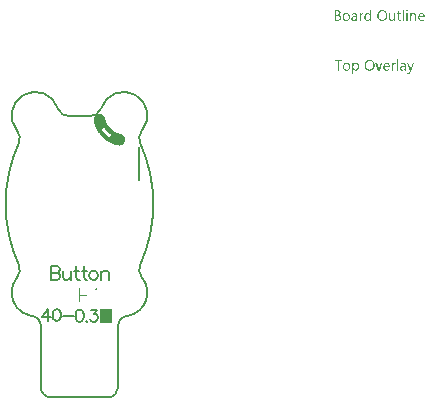
<source format=gto>
G04*
G04 #@! TF.GenerationSoftware,Altium Limited,Altium Designer,21.9.2 (33)*
G04*
G04 Layer_Color=65535*
%FSAX25Y25*%
%MOIN*%
G70*
G04*
G04 #@! TF.SameCoordinates,55729F2E-D9A4-4FFF-85C7-0234479D7BD1*
G04*
G04*
G04 #@! TF.FilePolarity,Positive*
G04*
G01*
G75*
%ADD10C,0.00591*%
%ADD11C,0.00787*%
%ADD12C,0.00630*%
%ADD13R,0.04409X0.04627*%
G36*
X0109248Y0064744D02*
X0109273D01*
X0109329Y0064719D01*
X0109360Y0064701D01*
X0109391Y0064676D01*
X0109397Y0064670D01*
X0109403Y0064663D01*
X0109434Y0064626D01*
X0109459Y0064564D01*
X0109465Y0064527D01*
X0109471Y0064490D01*
Y0064484D01*
Y0064472D01*
X0109465Y0064453D01*
X0109459Y0064428D01*
X0109440Y0064366D01*
X0109416Y0064335D01*
X0109391Y0064304D01*
X0109385D01*
X0109378Y0064292D01*
X0109341Y0064267D01*
X0109286Y0064242D01*
X0109248Y0064236D01*
X0109211Y0064230D01*
X0109193D01*
X0109174Y0064236D01*
X0109149D01*
X0109088Y0064261D01*
X0109057Y0064273D01*
X0109026Y0064298D01*
Y0064304D01*
X0109013Y0064310D01*
X0109001Y0064329D01*
X0108988Y0064348D01*
X0108964Y0064410D01*
X0108958Y0064447D01*
X0108951Y0064490D01*
Y0064496D01*
Y0064509D01*
X0108958Y0064527D01*
X0108964Y0064558D01*
X0108982Y0064614D01*
X0109001Y0064645D01*
X0109026Y0064676D01*
X0109032Y0064682D01*
X0109038Y0064688D01*
X0109075Y0064713D01*
X0109137Y0064738D01*
X0109174Y0064750D01*
X0109230D01*
X0109248Y0064744D01*
D02*
G37*
G36*
X0097258Y0061079D02*
X0096856D01*
Y0061500D01*
X0096844D01*
Y0061494D01*
X0096831Y0061482D01*
X0096813Y0061457D01*
X0096794Y0061426D01*
X0096763Y0061389D01*
X0096726Y0061352D01*
X0096683Y0061308D01*
X0096633Y0061265D01*
X0096578Y0061216D01*
X0096509Y0061172D01*
X0096441Y0061135D01*
X0096361Y0061098D01*
X0096280Y0061067D01*
X0096188Y0061042D01*
X0096088Y0061030D01*
X0095983Y0061024D01*
X0095940D01*
X0095903Y0061030D01*
X0095866Y0061036D01*
X0095816Y0061042D01*
X0095711Y0061067D01*
X0095587Y0061104D01*
X0095463Y0061166D01*
X0095395Y0061203D01*
X0095340Y0061247D01*
X0095278Y0061302D01*
X0095222Y0061358D01*
Y0061364D01*
X0095209Y0061377D01*
X0095197Y0061395D01*
X0095179Y0061420D01*
X0095160Y0061451D01*
X0095135Y0061494D01*
X0095110Y0061544D01*
X0095086Y0061599D01*
X0095055Y0061661D01*
X0095030Y0061729D01*
X0095005Y0061804D01*
X0094987Y0061884D01*
X0094968Y0061971D01*
X0094956Y0062070D01*
X0094950Y0062169D01*
X0094943Y0062274D01*
Y0062280D01*
Y0062299D01*
Y0062336D01*
X0094950Y0062379D01*
X0094956Y0062429D01*
X0094962Y0062491D01*
X0094968Y0062559D01*
X0094981Y0062633D01*
X0095018Y0062794D01*
X0095073Y0062961D01*
X0095110Y0063042D01*
X0095154Y0063122D01*
X0095197Y0063196D01*
X0095253Y0063271D01*
X0095259Y0063277D01*
X0095265Y0063289D01*
X0095284Y0063308D01*
X0095309Y0063332D01*
X0095340Y0063357D01*
X0095383Y0063388D01*
X0095426Y0063425D01*
X0095476Y0063463D01*
X0095600Y0063531D01*
X0095742Y0063592D01*
X0095822Y0063611D01*
X0095909Y0063630D01*
X0095996Y0063642D01*
X0096095Y0063648D01*
X0096144D01*
X0096181Y0063642D01*
X0096219Y0063636D01*
X0096268Y0063630D01*
X0096379Y0063599D01*
X0096503Y0063549D01*
X0096565Y0063518D01*
X0096627Y0063475D01*
X0096689Y0063432D01*
X0096745Y0063376D01*
X0096794Y0063314D01*
X0096844Y0063240D01*
X0096856D01*
Y0064799D01*
X0097258D01*
Y0061079D01*
D02*
G37*
G36*
X0111526Y0063642D02*
X0111601Y0063636D01*
X0111694Y0063617D01*
X0111793Y0063586D01*
X0111898Y0063537D01*
X0112003Y0063469D01*
X0112046Y0063432D01*
X0112090Y0063382D01*
X0112102Y0063370D01*
X0112127Y0063332D01*
X0112158Y0063271D01*
X0112201Y0063184D01*
X0112238Y0063079D01*
X0112275Y0062949D01*
X0112300Y0062794D01*
X0112306Y0062615D01*
Y0061079D01*
X0111904D01*
Y0062509D01*
Y0062515D01*
Y0062546D01*
X0111898Y0062584D01*
Y0062633D01*
X0111885Y0062695D01*
X0111873Y0062763D01*
X0111854Y0062837D01*
X0111830Y0062912D01*
X0111799Y0062986D01*
X0111762Y0063054D01*
X0111712Y0063122D01*
X0111656Y0063184D01*
X0111594Y0063234D01*
X0111514Y0063271D01*
X0111427Y0063302D01*
X0111322Y0063308D01*
X0111310D01*
X0111273Y0063302D01*
X0111217Y0063295D01*
X0111149Y0063277D01*
X0111068Y0063252D01*
X0110982Y0063209D01*
X0110901Y0063153D01*
X0110821Y0063079D01*
X0110814Y0063066D01*
X0110790Y0063042D01*
X0110759Y0062992D01*
X0110722Y0062924D01*
X0110685Y0062844D01*
X0110654Y0062744D01*
X0110629Y0062633D01*
X0110623Y0062509D01*
Y0061079D01*
X0110220D01*
Y0063592D01*
X0110623D01*
Y0063172D01*
X0110635D01*
X0110641Y0063178D01*
X0110647Y0063190D01*
X0110666Y0063215D01*
X0110691Y0063246D01*
X0110715Y0063283D01*
X0110753Y0063320D01*
X0110796Y0063363D01*
X0110845Y0063413D01*
X0110901Y0063456D01*
X0110963Y0063500D01*
X0111031Y0063537D01*
X0111106Y0063574D01*
X0111180Y0063605D01*
X0111266Y0063630D01*
X0111359Y0063642D01*
X0111458Y0063648D01*
X0111495D01*
X0111526Y0063642D01*
D02*
G37*
G36*
X0094529Y0063630D02*
X0094603Y0063623D01*
X0094646Y0063611D01*
X0094677Y0063599D01*
Y0063184D01*
X0094671Y0063190D01*
X0094659Y0063196D01*
X0094634Y0063209D01*
X0094603Y0063227D01*
X0094560Y0063240D01*
X0094504Y0063252D01*
X0094442Y0063258D01*
X0094374Y0063264D01*
X0094362D01*
X0094331Y0063258D01*
X0094281Y0063252D01*
X0094225Y0063234D01*
X0094151Y0063203D01*
X0094083Y0063159D01*
X0094009Y0063097D01*
X0093941Y0063017D01*
X0093934Y0063004D01*
X0093916Y0062973D01*
X0093885Y0062918D01*
X0093854Y0062844D01*
X0093823Y0062751D01*
X0093792Y0062633D01*
X0093774Y0062503D01*
X0093767Y0062354D01*
Y0061079D01*
X0093365D01*
Y0063592D01*
X0093767D01*
Y0063073D01*
X0093780D01*
Y0063079D01*
X0093786Y0063085D01*
X0093798Y0063116D01*
X0093817Y0063165D01*
X0093848Y0063227D01*
X0093879Y0063289D01*
X0093928Y0063357D01*
X0093978Y0063425D01*
X0094040Y0063487D01*
X0094046Y0063493D01*
X0094071Y0063512D01*
X0094108Y0063537D01*
X0094157Y0063561D01*
X0094213Y0063586D01*
X0094281Y0063611D01*
X0094355Y0063630D01*
X0094436Y0063636D01*
X0094491D01*
X0094529Y0063630D01*
D02*
G37*
G36*
X0105268Y0061079D02*
X0104866D01*
Y0061475D01*
X0104854D01*
Y0061469D01*
X0104841Y0061457D01*
X0104829Y0061432D01*
X0104804Y0061407D01*
X0104748Y0061333D01*
X0104662Y0061253D01*
X0104612Y0061209D01*
X0104556Y0061166D01*
X0104495Y0061129D01*
X0104420Y0061092D01*
X0104346Y0061067D01*
X0104265Y0061042D01*
X0104173Y0061030D01*
X0104080Y0061024D01*
X0104043D01*
X0103999Y0061030D01*
X0103937Y0061042D01*
X0103869Y0061055D01*
X0103795Y0061079D01*
X0103715Y0061110D01*
X0103634Y0061160D01*
X0103548Y0061216D01*
X0103467Y0061284D01*
X0103393Y0061370D01*
X0103325Y0061475D01*
X0103263Y0061593D01*
X0103219Y0061735D01*
X0103195Y0061903D01*
X0103182Y0061989D01*
Y0062088D01*
Y0063592D01*
X0103578D01*
Y0062150D01*
Y0062144D01*
Y0062119D01*
X0103585Y0062076D01*
X0103591Y0062026D01*
X0103597Y0061964D01*
X0103609Y0061903D01*
X0103628Y0061828D01*
X0103653Y0061754D01*
X0103690Y0061680D01*
X0103727Y0061612D01*
X0103777Y0061544D01*
X0103838Y0061482D01*
X0103907Y0061432D01*
X0103987Y0061395D01*
X0104086Y0061364D01*
X0104191Y0061358D01*
X0104204D01*
X0104241Y0061364D01*
X0104297Y0061370D01*
X0104358Y0061383D01*
X0104439Y0061414D01*
X0104519Y0061451D01*
X0104600Y0061500D01*
X0104674Y0061575D01*
X0104680Y0061587D01*
X0104705Y0061612D01*
X0104736Y0061661D01*
X0104773Y0061729D01*
X0104804Y0061810D01*
X0104835Y0061909D01*
X0104860Y0062020D01*
X0104866Y0062144D01*
Y0063592D01*
X0105268D01*
Y0061079D01*
D02*
G37*
G36*
X0109403D02*
X0109001D01*
Y0063592D01*
X0109403D01*
Y0061079D01*
D02*
G37*
G36*
X0108184D02*
X0107781D01*
Y0064799D01*
X0108184D01*
Y0061079D01*
D02*
G37*
G36*
X0091805Y0063642D02*
X0091861Y0063636D01*
X0091929Y0063617D01*
X0092003Y0063599D01*
X0092084Y0063568D01*
X0092170Y0063531D01*
X0092251Y0063481D01*
X0092331Y0063419D01*
X0092405Y0063345D01*
X0092474Y0063252D01*
X0092529Y0063147D01*
X0092573Y0063023D01*
X0092597Y0062881D01*
X0092610Y0062713D01*
Y0061079D01*
X0092207D01*
Y0061469D01*
X0092195D01*
Y0061463D01*
X0092183Y0061451D01*
X0092170Y0061426D01*
X0092146Y0061401D01*
X0092084Y0061327D01*
X0092003Y0061247D01*
X0091892Y0061166D01*
X0091762Y0061092D01*
X0091681Y0061067D01*
X0091601Y0061042D01*
X0091514Y0061030D01*
X0091421Y0061024D01*
X0091384D01*
X0091359Y0061030D01*
X0091291Y0061036D01*
X0091211Y0061048D01*
X0091112Y0061073D01*
X0091019Y0061104D01*
X0090920Y0061154D01*
X0090833Y0061216D01*
X0090827Y0061228D01*
X0090802Y0061253D01*
X0090765Y0061296D01*
X0090728Y0061358D01*
X0090691Y0061432D01*
X0090654Y0061519D01*
X0090629Y0061624D01*
X0090623Y0061742D01*
Y0061748D01*
Y0061773D01*
X0090629Y0061810D01*
X0090635Y0061853D01*
X0090648Y0061909D01*
X0090666Y0061971D01*
X0090691Y0062039D01*
X0090728Y0062107D01*
X0090771Y0062181D01*
X0090827Y0062255D01*
X0090895Y0062323D01*
X0090976Y0062385D01*
X0091068Y0062447D01*
X0091180Y0062497D01*
X0091304Y0062534D01*
X0091452Y0062565D01*
X0092207Y0062670D01*
Y0062676D01*
Y0062695D01*
X0092201Y0062732D01*
Y0062769D01*
X0092189Y0062819D01*
X0092183Y0062875D01*
X0092146Y0062992D01*
X0092115Y0063048D01*
X0092084Y0063103D01*
X0092040Y0063159D01*
X0091991Y0063209D01*
X0091929Y0063252D01*
X0091861Y0063283D01*
X0091780Y0063302D01*
X0091687Y0063308D01*
X0091644D01*
X0091613Y0063302D01*
X0091570D01*
X0091527Y0063289D01*
X0091415Y0063271D01*
X0091291Y0063234D01*
X0091155Y0063178D01*
X0091081Y0063141D01*
X0091013Y0063103D01*
X0090938Y0063054D01*
X0090870Y0062998D01*
Y0063413D01*
X0090877D01*
X0090889Y0063425D01*
X0090908Y0063438D01*
X0090938Y0063450D01*
X0090969Y0063469D01*
X0091013Y0063487D01*
X0091062Y0063506D01*
X0091118Y0063531D01*
X0091242Y0063574D01*
X0091390Y0063611D01*
X0091551Y0063636D01*
X0091725Y0063648D01*
X0091762D01*
X0091805Y0063642D01*
D02*
G37*
G36*
X0086116Y0064589D02*
X0086160D01*
X0086203Y0064583D01*
X0086302Y0064570D01*
X0086420Y0064540D01*
X0086544Y0064502D01*
X0086661Y0064447D01*
X0086766Y0064372D01*
X0086773D01*
X0086779Y0064360D01*
X0086810Y0064335D01*
X0086853Y0064286D01*
X0086903Y0064218D01*
X0086946Y0064131D01*
X0086989Y0064032D01*
X0087020Y0063921D01*
X0087033Y0063859D01*
Y0063791D01*
Y0063784D01*
Y0063778D01*
Y0063741D01*
X0087026Y0063685D01*
X0087014Y0063617D01*
X0086995Y0063531D01*
X0086964Y0063444D01*
X0086927Y0063357D01*
X0086872Y0063271D01*
X0086865Y0063258D01*
X0086841Y0063234D01*
X0086804Y0063196D01*
X0086754Y0063147D01*
X0086692Y0063097D01*
X0086618Y0063042D01*
X0086525Y0062998D01*
X0086426Y0062955D01*
Y0062949D01*
X0086444D01*
X0086463Y0062942D01*
X0086482Y0062936D01*
X0086550Y0062924D01*
X0086630Y0062899D01*
X0086717Y0062862D01*
X0086810Y0062819D01*
X0086903Y0062757D01*
X0086989Y0062676D01*
X0087002Y0062664D01*
X0087026Y0062633D01*
X0087057Y0062590D01*
X0087101Y0062522D01*
X0087138Y0062435D01*
X0087175Y0062336D01*
X0087200Y0062218D01*
X0087206Y0062088D01*
Y0062082D01*
Y0062070D01*
Y0062045D01*
X0087200Y0062014D01*
X0087194Y0061977D01*
X0087187Y0061934D01*
X0087163Y0061828D01*
X0087125Y0061711D01*
X0087070Y0061587D01*
X0087033Y0061531D01*
X0086989Y0061469D01*
X0086933Y0061414D01*
X0086878Y0061358D01*
X0086872D01*
X0086865Y0061345D01*
X0086847Y0061333D01*
X0086822Y0061315D01*
X0086791Y0061296D01*
X0086748Y0061271D01*
X0086655Y0061222D01*
X0086537Y0061166D01*
X0086401Y0061123D01*
X0086240Y0061092D01*
X0086160Y0061085D01*
X0086067Y0061079D01*
X0085039D01*
Y0064595D01*
X0086085D01*
X0086116Y0064589D01*
D02*
G37*
G36*
X0106612Y0063592D02*
X0107249D01*
Y0063246D01*
X0106612D01*
Y0061828D01*
Y0061816D01*
Y0061785D01*
X0106618Y0061742D01*
X0106624Y0061686D01*
X0106649Y0061568D01*
X0106667Y0061513D01*
X0106698Y0061469D01*
X0106704Y0061463D01*
X0106717Y0061451D01*
X0106735Y0061438D01*
X0106766Y0061420D01*
X0106803Y0061395D01*
X0106853Y0061383D01*
X0106915Y0061370D01*
X0106983Y0061364D01*
X0107008D01*
X0107039Y0061370D01*
X0107076Y0061377D01*
X0107162Y0061401D01*
X0107206Y0061420D01*
X0107249Y0061445D01*
Y0061098D01*
X0107243D01*
X0107224Y0061085D01*
X0107193Y0061079D01*
X0107150Y0061067D01*
X0107094Y0061055D01*
X0107032Y0061042D01*
X0106958Y0061036D01*
X0106871Y0061030D01*
X0106841D01*
X0106810Y0061036D01*
X0106766Y0061042D01*
X0106717Y0061055D01*
X0106661Y0061067D01*
X0106605Y0061092D01*
X0106543Y0061123D01*
X0106482Y0061160D01*
X0106420Y0061209D01*
X0106364Y0061265D01*
X0106314Y0061339D01*
X0106271Y0061420D01*
X0106240Y0061519D01*
X0106215Y0061630D01*
X0106209Y0061760D01*
Y0063246D01*
X0105782D01*
Y0063592D01*
X0106209D01*
Y0064205D01*
X0106612Y0064335D01*
Y0063592D01*
D02*
G37*
G36*
X0114139Y0063642D02*
X0114182Y0063636D01*
X0114225Y0063630D01*
X0114337Y0063611D01*
X0114460Y0063568D01*
X0114584Y0063512D01*
X0114646Y0063475D01*
X0114708Y0063432D01*
X0114764Y0063382D01*
X0114820Y0063326D01*
X0114826Y0063320D01*
X0114832Y0063314D01*
X0114844Y0063295D01*
X0114863Y0063271D01*
X0114881Y0063234D01*
X0114906Y0063196D01*
X0114931Y0063153D01*
X0114956Y0063097D01*
X0114980Y0063035D01*
X0115005Y0062973D01*
X0115030Y0062899D01*
X0115049Y0062819D01*
X0115067Y0062732D01*
X0115079Y0062645D01*
X0115092Y0062546D01*
Y0062441D01*
Y0062231D01*
X0113315D01*
Y0062225D01*
Y0062212D01*
Y0062194D01*
X0113321Y0062163D01*
X0113328Y0062125D01*
Y0062088D01*
X0113346Y0061989D01*
X0113377Y0061890D01*
X0113414Y0061779D01*
X0113470Y0061674D01*
X0113538Y0061581D01*
X0113550Y0061568D01*
X0113575Y0061544D01*
X0113625Y0061513D01*
X0113693Y0061469D01*
X0113779Y0061426D01*
X0113879Y0061395D01*
X0113996Y0061370D01*
X0114132Y0061358D01*
X0114176D01*
X0114207Y0061364D01*
X0114244D01*
X0114287Y0061370D01*
X0114392Y0061395D01*
X0114510Y0061426D01*
X0114640Y0061475D01*
X0114776Y0061544D01*
X0114844Y0061587D01*
X0114912Y0061637D01*
Y0061259D01*
X0114906D01*
X0114900Y0061247D01*
X0114881Y0061240D01*
X0114850Y0061222D01*
X0114820Y0061203D01*
X0114782Y0061185D01*
X0114733Y0061166D01*
X0114683Y0061141D01*
X0114621Y0061116D01*
X0114553Y0061098D01*
X0114405Y0061061D01*
X0114231Y0061036D01*
X0114040Y0061024D01*
X0113990D01*
X0113953Y0061030D01*
X0113909Y0061036D01*
X0113854Y0061042D01*
X0113736Y0061067D01*
X0113600Y0061104D01*
X0113464Y0061166D01*
X0113396Y0061209D01*
X0113328Y0061253D01*
X0113266Y0061302D01*
X0113204Y0061364D01*
X0113198Y0061370D01*
X0113191Y0061383D01*
X0113179Y0061401D01*
X0113154Y0061426D01*
X0113136Y0061463D01*
X0113111Y0061506D01*
X0113080Y0061556D01*
X0113055Y0061612D01*
X0113024Y0061674D01*
X0113000Y0061748D01*
X0112969Y0061828D01*
X0112950Y0061915D01*
X0112932Y0062008D01*
X0112913Y0062107D01*
X0112907Y0062212D01*
X0112901Y0062323D01*
Y0062330D01*
Y0062348D01*
Y0062379D01*
X0112907Y0062423D01*
X0112913Y0062472D01*
X0112919Y0062528D01*
X0112925Y0062596D01*
X0112944Y0062664D01*
X0112981Y0062813D01*
X0113037Y0062973D01*
X0113074Y0063054D01*
X0113123Y0063128D01*
X0113173Y0063209D01*
X0113229Y0063277D01*
X0113235Y0063283D01*
X0113247Y0063295D01*
X0113266Y0063314D01*
X0113291Y0063332D01*
X0113321Y0063363D01*
X0113359Y0063394D01*
X0113408Y0063425D01*
X0113458Y0063463D01*
X0113575Y0063531D01*
X0113718Y0063592D01*
X0113798Y0063611D01*
X0113879Y0063630D01*
X0113965Y0063642D01*
X0114058Y0063648D01*
X0114108D01*
X0114139Y0063642D01*
D02*
G37*
G36*
X0101096Y0064651D02*
X0101158Y0064645D01*
X0101232Y0064632D01*
X0101313Y0064614D01*
X0101400Y0064595D01*
X0101486Y0064570D01*
X0101585Y0064540D01*
X0101678Y0064496D01*
X0101777Y0064447D01*
X0101876Y0064391D01*
X0101969Y0064323D01*
X0102062Y0064249D01*
X0102148Y0064162D01*
X0102155Y0064156D01*
X0102167Y0064137D01*
X0102192Y0064113D01*
X0102217Y0064075D01*
X0102254Y0064026D01*
X0102291Y0063964D01*
X0102328Y0063896D01*
X0102371Y0063822D01*
X0102415Y0063729D01*
X0102452Y0063636D01*
X0102489Y0063531D01*
X0102526Y0063413D01*
X0102551Y0063295D01*
X0102576Y0063165D01*
X0102588Y0063023D01*
X0102594Y0062881D01*
Y0062868D01*
Y0062844D01*
Y0062800D01*
X0102588Y0062738D01*
X0102582Y0062664D01*
X0102569Y0062584D01*
X0102557Y0062491D01*
X0102539Y0062385D01*
X0102514Y0062280D01*
X0102483Y0062169D01*
X0102446Y0062057D01*
X0102402Y0061946D01*
X0102347Y0061828D01*
X0102285Y0061723D01*
X0102217Y0061618D01*
X0102136Y0061519D01*
X0102130Y0061513D01*
X0102118Y0061500D01*
X0102087Y0061475D01*
X0102056Y0061445D01*
X0102006Y0061401D01*
X0101951Y0061364D01*
X0101889Y0061315D01*
X0101814Y0061271D01*
X0101734Y0061228D01*
X0101641Y0061178D01*
X0101542Y0061141D01*
X0101430Y0061104D01*
X0101313Y0061067D01*
X0101189Y0061042D01*
X0101059Y0061030D01*
X0100917Y0061024D01*
X0100886D01*
X0100842Y0061030D01*
X0100793D01*
X0100731Y0061036D01*
X0100657Y0061048D01*
X0100576Y0061067D01*
X0100483Y0061085D01*
X0100391Y0061110D01*
X0100292Y0061141D01*
X0100192Y0061185D01*
X0100093Y0061228D01*
X0099994Y0061284D01*
X0099895Y0061352D01*
X0099803Y0061426D01*
X0099716Y0061513D01*
X0099710Y0061519D01*
X0099697Y0061537D01*
X0099673Y0061562D01*
X0099648Y0061599D01*
X0099611Y0061649D01*
X0099573Y0061711D01*
X0099536Y0061779D01*
X0099493Y0061859D01*
X0099450Y0061946D01*
X0099413Y0062039D01*
X0099375Y0062144D01*
X0099338Y0062262D01*
X0099313Y0062379D01*
X0099289Y0062509D01*
X0099276Y0062652D01*
X0099270Y0062794D01*
Y0062806D01*
Y0062831D01*
X0099276Y0062875D01*
Y0062936D01*
X0099283Y0063004D01*
X0099295Y0063091D01*
X0099307Y0063184D01*
X0099326Y0063283D01*
X0099351Y0063388D01*
X0099382Y0063500D01*
X0099419Y0063611D01*
X0099462Y0063722D01*
X0099518Y0063834D01*
X0099580Y0063945D01*
X0099648Y0064051D01*
X0099728Y0064150D01*
X0099734Y0064156D01*
X0099747Y0064174D01*
X0099778Y0064199D01*
X0099815Y0064230D01*
X0099858Y0064267D01*
X0099914Y0064310D01*
X0099982Y0064354D01*
X0100056Y0064403D01*
X0100143Y0064453D01*
X0100236Y0064496D01*
X0100335Y0064540D01*
X0100446Y0064577D01*
X0100570Y0064608D01*
X0100700Y0064639D01*
X0100836Y0064651D01*
X0100979Y0064657D01*
X0101047D01*
X0101096Y0064651D01*
D02*
G37*
G36*
X0089069Y0063642D02*
X0089112Y0063636D01*
X0089168Y0063630D01*
X0089292Y0063605D01*
X0089434Y0063561D01*
X0089577Y0063500D01*
X0089651Y0063463D01*
X0089719Y0063419D01*
X0089787Y0063363D01*
X0089849Y0063302D01*
X0089855Y0063295D01*
X0089861Y0063283D01*
X0089880Y0063264D01*
X0089899Y0063240D01*
X0089923Y0063203D01*
X0089948Y0063159D01*
X0089979Y0063110D01*
X0090010Y0063054D01*
X0090035Y0062986D01*
X0090066Y0062918D01*
X0090090Y0062837D01*
X0090115Y0062751D01*
X0090134Y0062658D01*
X0090152Y0062559D01*
X0090158Y0062454D01*
X0090165Y0062342D01*
Y0062336D01*
Y0062317D01*
Y0062286D01*
X0090158Y0062243D01*
X0090152Y0062194D01*
X0090146Y0062132D01*
X0090134Y0062070D01*
X0090121Y0061996D01*
X0090084Y0061847D01*
X0090022Y0061686D01*
X0089985Y0061606D01*
X0089936Y0061525D01*
X0089886Y0061451D01*
X0089824Y0061383D01*
X0089818Y0061377D01*
X0089806Y0061370D01*
X0089787Y0061352D01*
X0089762Y0061327D01*
X0089725Y0061302D01*
X0089688Y0061271D01*
X0089639Y0061234D01*
X0089583Y0061203D01*
X0089521Y0061172D01*
X0089453Y0061135D01*
X0089379Y0061104D01*
X0089298Y0061079D01*
X0089211Y0061055D01*
X0089119Y0061042D01*
X0089020Y0061030D01*
X0088914Y0061024D01*
X0088859D01*
X0088822Y0061030D01*
X0088778Y0061036D01*
X0088722Y0061042D01*
X0088661Y0061055D01*
X0088592Y0061067D01*
X0088450Y0061110D01*
X0088301Y0061172D01*
X0088227Y0061209D01*
X0088159Y0061259D01*
X0088091Y0061308D01*
X0088023Y0061370D01*
X0088017Y0061377D01*
X0088011Y0061389D01*
X0087992Y0061407D01*
X0087973Y0061432D01*
X0087949Y0061469D01*
X0087918Y0061513D01*
X0087887Y0061562D01*
X0087862Y0061618D01*
X0087831Y0061686D01*
X0087800Y0061754D01*
X0087769Y0061828D01*
X0087744Y0061915D01*
X0087707Y0062101D01*
X0087701Y0062200D01*
X0087695Y0062305D01*
Y0062311D01*
Y0062336D01*
Y0062367D01*
X0087701Y0062410D01*
X0087707Y0062460D01*
X0087713Y0062522D01*
X0087726Y0062590D01*
X0087738Y0062664D01*
X0087775Y0062825D01*
X0087837Y0062986D01*
X0087881Y0063066D01*
X0087924Y0063147D01*
X0087973Y0063221D01*
X0088035Y0063289D01*
X0088042Y0063295D01*
X0088054Y0063308D01*
X0088073Y0063320D01*
X0088097Y0063345D01*
X0088134Y0063370D01*
X0088178Y0063401D01*
X0088227Y0063438D01*
X0088283Y0063469D01*
X0088345Y0063500D01*
X0088419Y0063537D01*
X0088493Y0063568D01*
X0088580Y0063592D01*
X0088667Y0063617D01*
X0088766Y0063636D01*
X0088871Y0063642D01*
X0088976Y0063648D01*
X0089032D01*
X0089069Y0063642D01*
D02*
G37*
G36*
X0092282Y0047052D02*
X0092325Y0047046D01*
X0092368Y0047040D01*
X0092480Y0047015D01*
X0092603Y0046978D01*
X0092727Y0046916D01*
X0092789Y0046879D01*
X0092851Y0046829D01*
X0092907Y0046780D01*
X0092963Y0046718D01*
X0092969Y0046712D01*
X0092975Y0046705D01*
X0092987Y0046681D01*
X0093006Y0046656D01*
X0093024Y0046625D01*
X0093049Y0046582D01*
X0093074Y0046532D01*
X0093099Y0046483D01*
X0093124Y0046421D01*
X0093148Y0046353D01*
X0093173Y0046278D01*
X0093192Y0046198D01*
X0093223Y0046018D01*
X0093235Y0045919D01*
Y0045814D01*
Y0045808D01*
Y0045789D01*
Y0045752D01*
X0093229Y0045709D01*
Y0045659D01*
X0093216Y0045597D01*
X0093210Y0045529D01*
X0093198Y0045455D01*
X0093161Y0045294D01*
X0093105Y0045127D01*
X0093068Y0045046D01*
X0093031Y0044966D01*
X0092981Y0044886D01*
X0092925Y0044811D01*
X0092919Y0044805D01*
X0092913Y0044793D01*
X0092895Y0044774D01*
X0092870Y0044756D01*
X0092839Y0044725D01*
X0092802Y0044694D01*
X0092758Y0044657D01*
X0092709Y0044626D01*
X0092653Y0044588D01*
X0092591Y0044551D01*
X0092443Y0044496D01*
X0092362Y0044471D01*
X0092282Y0044452D01*
X0092189Y0044440D01*
X0092090Y0044434D01*
X0092040D01*
X0092009Y0044440D01*
X0091966Y0044446D01*
X0091923Y0044458D01*
X0091811Y0044483D01*
X0091694Y0044533D01*
X0091625Y0044570D01*
X0091564Y0044607D01*
X0091502Y0044657D01*
X0091446Y0044712D01*
X0091384Y0044774D01*
X0091335Y0044848D01*
X0091322D01*
Y0043338D01*
X0090920D01*
Y0047003D01*
X0091322D01*
Y0046557D01*
X0091335D01*
X0091341Y0046563D01*
X0091347Y0046582D01*
X0091365Y0046606D01*
X0091390Y0046637D01*
X0091421Y0046674D01*
X0091458Y0046718D01*
X0091502Y0046761D01*
X0091557Y0046811D01*
X0091613Y0046854D01*
X0091675Y0046897D01*
X0091749Y0046941D01*
X0091824Y0046978D01*
X0091910Y0047015D01*
X0092003Y0047040D01*
X0092096Y0047052D01*
X0092201Y0047058D01*
X0092251D01*
X0092282Y0047052D01*
D02*
G37*
G36*
X0105237Y0047040D02*
X0105312Y0047034D01*
X0105355Y0047021D01*
X0105386Y0047009D01*
Y0046594D01*
X0105380Y0046600D01*
X0105367Y0046606D01*
X0105343Y0046619D01*
X0105312Y0046637D01*
X0105268Y0046650D01*
X0105213Y0046662D01*
X0105151Y0046668D01*
X0105083Y0046674D01*
X0105070D01*
X0105039Y0046668D01*
X0104990Y0046662D01*
X0104934Y0046643D01*
X0104860Y0046613D01*
X0104792Y0046569D01*
X0104717Y0046507D01*
X0104649Y0046427D01*
X0104643Y0046415D01*
X0104624Y0046384D01*
X0104594Y0046328D01*
X0104563Y0046253D01*
X0104532Y0046161D01*
X0104501Y0046043D01*
X0104482Y0045913D01*
X0104476Y0045764D01*
Y0044489D01*
X0104074D01*
Y0047003D01*
X0104476D01*
Y0046483D01*
X0104488D01*
Y0046489D01*
X0104495Y0046495D01*
X0104507Y0046526D01*
X0104525Y0046575D01*
X0104556Y0046637D01*
X0104587Y0046699D01*
X0104637Y0046767D01*
X0104686Y0046835D01*
X0104748Y0046897D01*
X0104754Y0046903D01*
X0104779Y0046922D01*
X0104816Y0046947D01*
X0104866Y0046972D01*
X0104922Y0046996D01*
X0104990Y0047021D01*
X0105064Y0047040D01*
X0105145Y0047046D01*
X0105200D01*
X0105237Y0047040D01*
D02*
G37*
G36*
X0110443Y0044087D02*
X0110437Y0044081D01*
X0110431Y0044056D01*
X0110412Y0044013D01*
X0110387Y0043963D01*
X0110356Y0043907D01*
X0110313Y0043839D01*
X0110270Y0043771D01*
X0110220Y0043697D01*
X0110158Y0043623D01*
X0110097Y0043555D01*
X0110022Y0043487D01*
X0109942Y0043431D01*
X0109861Y0043381D01*
X0109768Y0043338D01*
X0109676Y0043313D01*
X0109570Y0043307D01*
X0109515D01*
X0109477Y0043313D01*
X0109397Y0043326D01*
X0109310Y0043344D01*
Y0043703D01*
X0109317D01*
X0109335Y0043697D01*
X0109360Y0043691D01*
X0109391Y0043685D01*
X0109465Y0043666D01*
X0109546Y0043660D01*
X0109558D01*
X0109595Y0043666D01*
X0109651Y0043679D01*
X0109719Y0043703D01*
X0109793Y0043747D01*
X0109830Y0043777D01*
X0109868Y0043815D01*
X0109905Y0043852D01*
X0109942Y0043901D01*
X0109973Y0043957D01*
X0110004Y0044019D01*
X0110208Y0044489D01*
X0109224Y0047003D01*
X0109669D01*
X0110350Y0045065D01*
Y0045059D01*
X0110356Y0045046D01*
X0110363Y0045028D01*
X0110369Y0045003D01*
X0110375Y0044966D01*
X0110387Y0044929D01*
X0110400Y0044873D01*
X0110418D01*
Y0044886D01*
X0110431Y0044923D01*
X0110443Y0044978D01*
X0110468Y0045059D01*
X0111180Y0047003D01*
X0111594D01*
X0110443Y0044087D01*
D02*
G37*
G36*
X0100013Y0044489D02*
X0099617D01*
X0098664Y0047003D01*
X0099103D01*
X0099747Y0045177D01*
X0099753Y0045170D01*
X0099759Y0045145D01*
X0099772Y0045102D01*
X0099784Y0045059D01*
X0099796Y0045003D01*
X0099815Y0044941D01*
X0099834Y0044824D01*
X0099840D01*
Y0044830D01*
X0099846Y0044855D01*
X0099852Y0044892D01*
X0099858Y0044935D01*
X0099871Y0044991D01*
X0099883Y0045046D01*
X0099920Y0045164D01*
X0100589Y0047003D01*
X0101010D01*
X0100013Y0044489D01*
D02*
G37*
G36*
X0108035Y0047052D02*
X0108091Y0047046D01*
X0108159Y0047027D01*
X0108233Y0047009D01*
X0108314Y0046978D01*
X0108400Y0046941D01*
X0108481Y0046891D01*
X0108561Y0046829D01*
X0108636Y0046755D01*
X0108704Y0046662D01*
X0108759Y0046557D01*
X0108803Y0046433D01*
X0108827Y0046291D01*
X0108840Y0046124D01*
Y0044489D01*
X0108438D01*
Y0044879D01*
X0108425D01*
Y0044873D01*
X0108413Y0044861D01*
X0108400Y0044836D01*
X0108376Y0044811D01*
X0108314Y0044737D01*
X0108233Y0044657D01*
X0108122Y0044576D01*
X0107992Y0044502D01*
X0107911Y0044477D01*
X0107831Y0044452D01*
X0107744Y0044440D01*
X0107651Y0044434D01*
X0107614D01*
X0107589Y0044440D01*
X0107521Y0044446D01*
X0107441Y0044458D01*
X0107342Y0044483D01*
X0107249Y0044514D01*
X0107150Y0044564D01*
X0107063Y0044626D01*
X0107057Y0044638D01*
X0107032Y0044663D01*
X0106995Y0044706D01*
X0106958Y0044768D01*
X0106921Y0044842D01*
X0106884Y0044929D01*
X0106859Y0045034D01*
X0106853Y0045152D01*
Y0045158D01*
Y0045183D01*
X0106859Y0045220D01*
X0106865Y0045263D01*
X0106878Y0045319D01*
X0106896Y0045381D01*
X0106921Y0045449D01*
X0106958Y0045517D01*
X0107001Y0045591D01*
X0107057Y0045665D01*
X0107125Y0045734D01*
X0107206Y0045796D01*
X0107299Y0045857D01*
X0107410Y0045907D01*
X0107534Y0045944D01*
X0107682Y0045975D01*
X0108438Y0046080D01*
Y0046086D01*
Y0046105D01*
X0108431Y0046142D01*
Y0046179D01*
X0108419Y0046229D01*
X0108413Y0046284D01*
X0108376Y0046402D01*
X0108345Y0046458D01*
X0108314Y0046514D01*
X0108270Y0046569D01*
X0108221Y0046619D01*
X0108159Y0046662D01*
X0108091Y0046693D01*
X0108010Y0046712D01*
X0107918Y0046718D01*
X0107874D01*
X0107843Y0046712D01*
X0107800D01*
X0107757Y0046699D01*
X0107645Y0046681D01*
X0107521Y0046643D01*
X0107385Y0046588D01*
X0107311Y0046551D01*
X0107243Y0046514D01*
X0107169Y0046464D01*
X0107100Y0046408D01*
Y0046823D01*
X0107107D01*
X0107119Y0046835D01*
X0107138Y0046848D01*
X0107169Y0046860D01*
X0107200Y0046879D01*
X0107243Y0046897D01*
X0107292Y0046916D01*
X0107348Y0046941D01*
X0107472Y0046984D01*
X0107621Y0047021D01*
X0107781Y0047046D01*
X0107955Y0047058D01*
X0107992D01*
X0108035Y0047052D01*
D02*
G37*
G36*
X0106222Y0044489D02*
X0105819D01*
Y0048210D01*
X0106222D01*
Y0044489D01*
D02*
G37*
G36*
X0087478Y0047634D02*
X0086463D01*
Y0044489D01*
X0086054D01*
Y0047634D01*
X0085039D01*
Y0048005D01*
X0087478D01*
Y0047634D01*
D02*
G37*
G36*
X0102514Y0047052D02*
X0102557Y0047046D01*
X0102600Y0047040D01*
X0102712Y0047021D01*
X0102836Y0046978D01*
X0102959Y0046922D01*
X0103021Y0046885D01*
X0103083Y0046842D01*
X0103139Y0046792D01*
X0103195Y0046736D01*
X0103201Y0046730D01*
X0103207Y0046724D01*
X0103219Y0046705D01*
X0103238Y0046681D01*
X0103256Y0046643D01*
X0103281Y0046606D01*
X0103306Y0046563D01*
X0103331Y0046507D01*
X0103356Y0046445D01*
X0103380Y0046384D01*
X0103405Y0046309D01*
X0103424Y0046229D01*
X0103442Y0046142D01*
X0103455Y0046055D01*
X0103467Y0045956D01*
Y0045851D01*
Y0045641D01*
X0101690D01*
Y0045634D01*
Y0045622D01*
Y0045604D01*
X0101697Y0045573D01*
X0101703Y0045535D01*
Y0045498D01*
X0101721Y0045399D01*
X0101752Y0045300D01*
X0101789Y0045189D01*
X0101845Y0045084D01*
X0101913Y0044991D01*
X0101926Y0044978D01*
X0101951Y0044954D01*
X0102000Y0044923D01*
X0102068Y0044879D01*
X0102155Y0044836D01*
X0102254Y0044805D01*
X0102371Y0044780D01*
X0102507Y0044768D01*
X0102551D01*
X0102582Y0044774D01*
X0102619D01*
X0102662Y0044780D01*
X0102768Y0044805D01*
X0102885Y0044836D01*
X0103015Y0044886D01*
X0103151Y0044954D01*
X0103219Y0044997D01*
X0103287Y0045046D01*
Y0044669D01*
X0103281D01*
X0103275Y0044657D01*
X0103256Y0044650D01*
X0103226Y0044632D01*
X0103195Y0044613D01*
X0103157Y0044595D01*
X0103108Y0044576D01*
X0103059Y0044551D01*
X0102997Y0044526D01*
X0102928Y0044508D01*
X0102780Y0044471D01*
X0102607Y0044446D01*
X0102415Y0044434D01*
X0102365D01*
X0102328Y0044440D01*
X0102285Y0044446D01*
X0102229Y0044452D01*
X0102111Y0044477D01*
X0101975Y0044514D01*
X0101839Y0044576D01*
X0101771Y0044619D01*
X0101703Y0044663D01*
X0101641Y0044712D01*
X0101579Y0044774D01*
X0101573Y0044780D01*
X0101567Y0044793D01*
X0101554Y0044811D01*
X0101530Y0044836D01*
X0101511Y0044873D01*
X0101486Y0044916D01*
X0101455Y0044966D01*
X0101430Y0045022D01*
X0101400Y0045084D01*
X0101375Y0045158D01*
X0101344Y0045238D01*
X0101325Y0045325D01*
X0101307Y0045418D01*
X0101288Y0045517D01*
X0101282Y0045622D01*
X0101276Y0045734D01*
Y0045740D01*
Y0045758D01*
Y0045789D01*
X0101282Y0045833D01*
X0101288Y0045882D01*
X0101294Y0045938D01*
X0101301Y0046006D01*
X0101319Y0046074D01*
X0101356Y0046223D01*
X0101412Y0046384D01*
X0101449Y0046464D01*
X0101499Y0046538D01*
X0101548Y0046619D01*
X0101604Y0046687D01*
X0101610Y0046693D01*
X0101622Y0046705D01*
X0101641Y0046724D01*
X0101666Y0046742D01*
X0101697Y0046773D01*
X0101734Y0046804D01*
X0101783Y0046835D01*
X0101833Y0046872D01*
X0101951Y0046941D01*
X0102093Y0047003D01*
X0102173Y0047021D01*
X0102254Y0047040D01*
X0102340Y0047052D01*
X0102433Y0047058D01*
X0102483D01*
X0102514Y0047052D01*
D02*
G37*
G36*
X0096899Y0048061D02*
X0096961Y0048055D01*
X0097036Y0048043D01*
X0097116Y0048024D01*
X0097203Y0048005D01*
X0097289Y0047980D01*
X0097388Y0047950D01*
X0097481Y0047906D01*
X0097580Y0047857D01*
X0097679Y0047801D01*
X0097772Y0047733D01*
X0097865Y0047659D01*
X0097952Y0047572D01*
X0097958Y0047566D01*
X0097970Y0047547D01*
X0097995Y0047523D01*
X0098020Y0047485D01*
X0098057Y0047436D01*
X0098094Y0047374D01*
X0098131Y0047306D01*
X0098175Y0047232D01*
X0098218Y0047139D01*
X0098255Y0047046D01*
X0098292Y0046941D01*
X0098329Y0046823D01*
X0098354Y0046705D01*
X0098379Y0046575D01*
X0098391Y0046433D01*
X0098397Y0046291D01*
Y0046278D01*
Y0046253D01*
Y0046210D01*
X0098391Y0046148D01*
X0098385Y0046074D01*
X0098373Y0045994D01*
X0098360Y0045901D01*
X0098342Y0045796D01*
X0098317Y0045690D01*
X0098286Y0045579D01*
X0098249Y0045467D01*
X0098206Y0045356D01*
X0098150Y0045238D01*
X0098088Y0045133D01*
X0098020Y0045028D01*
X0097939Y0044929D01*
X0097933Y0044923D01*
X0097921Y0044910D01*
X0097890Y0044886D01*
X0097859Y0044855D01*
X0097809Y0044811D01*
X0097754Y0044774D01*
X0097692Y0044725D01*
X0097617Y0044681D01*
X0097537Y0044638D01*
X0097444Y0044588D01*
X0097345Y0044551D01*
X0097234Y0044514D01*
X0097116Y0044477D01*
X0096992Y0044452D01*
X0096862Y0044440D01*
X0096720Y0044434D01*
X0096689D01*
X0096646Y0044440D01*
X0096596D01*
X0096534Y0044446D01*
X0096460Y0044458D01*
X0096379Y0044477D01*
X0096287Y0044496D01*
X0096194Y0044520D01*
X0096095Y0044551D01*
X0095996Y0044595D01*
X0095897Y0044638D01*
X0095798Y0044694D01*
X0095699Y0044762D01*
X0095606Y0044836D01*
X0095519Y0044923D01*
X0095513Y0044929D01*
X0095500Y0044947D01*
X0095476Y0044972D01*
X0095451Y0045009D01*
X0095414Y0045059D01*
X0095377Y0045121D01*
X0095340Y0045189D01*
X0095296Y0045269D01*
X0095253Y0045356D01*
X0095216Y0045449D01*
X0095179Y0045554D01*
X0095141Y0045672D01*
X0095117Y0045789D01*
X0095092Y0045919D01*
X0095079Y0046062D01*
X0095073Y0046204D01*
Y0046216D01*
Y0046241D01*
X0095079Y0046284D01*
Y0046346D01*
X0095086Y0046415D01*
X0095098Y0046501D01*
X0095110Y0046594D01*
X0095129Y0046693D01*
X0095154Y0046798D01*
X0095185Y0046910D01*
X0095222Y0047021D01*
X0095265Y0047133D01*
X0095321Y0047244D01*
X0095383Y0047355D01*
X0095451Y0047461D01*
X0095531Y0047560D01*
X0095538Y0047566D01*
X0095550Y0047584D01*
X0095581Y0047609D01*
X0095618Y0047640D01*
X0095661Y0047677D01*
X0095717Y0047721D01*
X0095785Y0047764D01*
X0095859Y0047813D01*
X0095946Y0047863D01*
X0096039Y0047906D01*
X0096138Y0047950D01*
X0096250Y0047987D01*
X0096373Y0048018D01*
X0096503Y0048049D01*
X0096639Y0048061D01*
X0096782Y0048067D01*
X0096850D01*
X0096899Y0048061D01*
D02*
G37*
G36*
X0089180Y0047052D02*
X0089224Y0047046D01*
X0089280Y0047040D01*
X0089403Y0047015D01*
X0089546Y0046972D01*
X0089688Y0046910D01*
X0089762Y0046872D01*
X0089830Y0046829D01*
X0089899Y0046773D01*
X0089960Y0046712D01*
X0089967Y0046705D01*
X0089973Y0046693D01*
X0089991Y0046674D01*
X0090010Y0046650D01*
X0090035Y0046613D01*
X0090060Y0046569D01*
X0090090Y0046520D01*
X0090121Y0046464D01*
X0090146Y0046396D01*
X0090177Y0046328D01*
X0090202Y0046247D01*
X0090227Y0046161D01*
X0090245Y0046068D01*
X0090264Y0045969D01*
X0090270Y0045864D01*
X0090276Y0045752D01*
Y0045746D01*
Y0045727D01*
Y0045696D01*
X0090270Y0045653D01*
X0090264Y0045604D01*
X0090258Y0045542D01*
X0090245Y0045480D01*
X0090233Y0045406D01*
X0090196Y0045257D01*
X0090134Y0045096D01*
X0090097Y0045015D01*
X0090047Y0044935D01*
X0089998Y0044861D01*
X0089936Y0044793D01*
X0089929Y0044787D01*
X0089917Y0044780D01*
X0089899Y0044762D01*
X0089874Y0044737D01*
X0089837Y0044712D01*
X0089799Y0044681D01*
X0089750Y0044644D01*
X0089694Y0044613D01*
X0089632Y0044582D01*
X0089564Y0044545D01*
X0089490Y0044514D01*
X0089410Y0044489D01*
X0089323Y0044465D01*
X0089230Y0044452D01*
X0089131Y0044440D01*
X0089026Y0044434D01*
X0088970D01*
X0088933Y0044440D01*
X0088889Y0044446D01*
X0088834Y0044452D01*
X0088772Y0044465D01*
X0088704Y0044477D01*
X0088561Y0044520D01*
X0088413Y0044582D01*
X0088339Y0044619D01*
X0088271Y0044669D01*
X0088203Y0044718D01*
X0088134Y0044780D01*
X0088128Y0044787D01*
X0088122Y0044799D01*
X0088103Y0044818D01*
X0088085Y0044842D01*
X0088060Y0044879D01*
X0088029Y0044923D01*
X0087998Y0044972D01*
X0087973Y0045028D01*
X0087942Y0045096D01*
X0087911Y0045164D01*
X0087881Y0045238D01*
X0087856Y0045325D01*
X0087819Y0045511D01*
X0087813Y0045610D01*
X0087806Y0045715D01*
Y0045721D01*
Y0045746D01*
Y0045777D01*
X0087813Y0045820D01*
X0087819Y0045870D01*
X0087825Y0045932D01*
X0087837Y0046000D01*
X0087850Y0046074D01*
X0087887Y0046235D01*
X0087949Y0046396D01*
X0087992Y0046476D01*
X0088035Y0046557D01*
X0088085Y0046631D01*
X0088147Y0046699D01*
X0088153Y0046705D01*
X0088165Y0046718D01*
X0088184Y0046730D01*
X0088209Y0046755D01*
X0088246Y0046780D01*
X0088289Y0046811D01*
X0088339Y0046848D01*
X0088394Y0046879D01*
X0088456Y0046910D01*
X0088530Y0046947D01*
X0088605Y0046978D01*
X0088692Y0047003D01*
X0088778Y0047027D01*
X0088877Y0047046D01*
X0088982Y0047052D01*
X0089088Y0047058D01*
X0089143D01*
X0089180Y0047052D01*
D02*
G37*
G36*
X0006778Y0029956D02*
X0006895Y0029945D01*
X0007011Y0029927D01*
X0007126Y0029903D01*
X0007239Y0029871D01*
X0007350Y0029833D01*
X0007458Y0029788D01*
X0007564Y0029737D01*
X0007666Y0029679D01*
X0007765Y0029615D01*
X0007859Y0029546D01*
X0007949Y0029470D01*
X0008035Y0029390D01*
X0008115Y0029304D01*
X0008190Y0029214D01*
X0008260Y0029120D01*
X0008324Y0029021D01*
X0008382Y0028919D01*
X0008433Y0028813D01*
X0008478Y0028705D01*
X0008516Y0028594D01*
X0008548Y0028481D01*
X0008551Y0028464D01*
X0008551D01*
X0008600Y0028271D01*
X0008662Y0028053D01*
X0008731Y0027837D01*
X0008807Y0027624D01*
X0008890Y0027414D01*
X0008980Y0027206D01*
X0009077Y0027002D01*
X0009181Y0026800D01*
X0009291Y0026603D01*
X0009407Y0026408D01*
X0009530Y0026218D01*
X0009658Y0026032D01*
X0009793Y0025850D01*
X0009934Y0025673D01*
X0010080Y0025501D01*
X0010232Y0025333D01*
X0010390Y0025170D01*
X0010552Y0025013D01*
X0010720Y0024861D01*
X0010892Y0024715D01*
X0011070Y0024574D01*
X0011252Y0024439D01*
X0011438Y0024310D01*
X0011628Y0024188D01*
X0011822Y0024071D01*
X0012020Y0023961D01*
X0012221Y0023858D01*
X0012426Y0023761D01*
X0012633Y0023671D01*
X0012844Y0023588D01*
X0013057Y0023512D01*
X0013272Y0023442D01*
X0013490Y0023380D01*
X0013706Y0023326D01*
X0013706Y0023326D01*
X0013729Y0023321D01*
X0013842Y0023290D01*
X0013953Y0023252D01*
X0014062Y0023207D01*
X0014167Y0023155D01*
X0014270Y0023098D01*
X0014368Y0023034D01*
X0014463Y0022964D01*
X0014553Y0022889D01*
X0014638Y0022809D01*
X0014719Y0022723D01*
X0014794Y0022633D01*
X0014864Y0022538D01*
X0014927Y0022440D01*
X0014985Y0022338D01*
X0015036Y0022232D01*
X0015081Y0022124D01*
X0015120Y0022013D01*
X0015151Y0021900D01*
X0015176Y0021785D01*
X0015193Y0021669D01*
X0015204Y0021552D01*
X0015208Y0021434D01*
X0015204Y0021317D01*
X0015193Y0021200D01*
X0015176Y0021084D01*
X0015151Y0020969D01*
X0015120Y0020856D01*
X0015081Y0020745D01*
X0015036Y0020637D01*
X0014985Y0020531D01*
X0014927Y0020429D01*
X0014864Y0020331D01*
X0014794Y0020236D01*
X0014719Y0020146D01*
X0014638Y0020060D01*
X0014553Y0019980D01*
X0014463Y0019905D01*
X0014368Y0019835D01*
X0014270Y0019771D01*
X0014167Y0019714D01*
X0014062Y0019662D01*
X0013953Y0019617D01*
X0013842Y0019579D01*
X0013729Y0019548D01*
X0013614Y0019523D01*
X0013498Y0019505D01*
X0013382Y0019495D01*
X0013264Y0019491D01*
X0013147Y0019495D01*
X0013030Y0019505D01*
X0012914Y0019523D01*
X0012822Y0019543D01*
X0012822Y0019543D01*
X0012673Y0019578D01*
X0012390Y0019652D01*
X0012109Y0019735D01*
X0011831Y0019824D01*
X0011555Y0019921D01*
X0011282Y0020026D01*
X0011011Y0020138D01*
X0010744Y0020257D01*
X0010480Y0020383D01*
X0010220Y0020517D01*
X0009964Y0020658D01*
X0009711Y0020805D01*
X0009462Y0020959D01*
X0009218Y0021120D01*
X0008978Y0021287D01*
X0008743Y0021461D01*
X0008512Y0021641D01*
X0008287Y0021828D01*
X0008066Y0022020D01*
X0007851Y0022218D01*
X0007642Y0022422D01*
X0007438Y0022632D01*
X0007239Y0022847D01*
X0007047Y0023067D01*
X0006861Y0023293D01*
X0006681Y0023524D01*
X0006507Y0023759D01*
X0006339Y0023999D01*
X0006178Y0024243D01*
X0006024Y0024492D01*
X0005877Y0024744D01*
X0005736Y0025001D01*
X0005603Y0025261D01*
X0005476Y0025525D01*
X0005357Y0025792D01*
X0005245Y0026062D01*
X0005141Y0026335D01*
X0005043Y0026611D01*
X0004954Y0026890D01*
X0004872Y0027171D01*
X0004797Y0027454D01*
X0004771Y0027567D01*
X0004770Y0027567D01*
X0004749Y0027665D01*
X0004732Y0027781D01*
X0004721Y0027898D01*
X0004717Y0028016D01*
X0004721Y0028133D01*
X0004732Y0028250D01*
X0004749Y0028366D01*
X0004774Y0028481D01*
X0004805Y0028594D01*
X0004844Y0028705D01*
X0004889Y0028813D01*
X0004940Y0028919D01*
X0004998Y0029021D01*
X0005061Y0029120D01*
X0005131Y0029214D01*
X0005206Y0029304D01*
X0005287Y0029390D01*
X0005372Y0029470D01*
X0005462Y0029546D01*
X0005557Y0029615D01*
X0005655Y0029679D01*
X0005758Y0029737D01*
X0005863Y0029788D01*
X0005972Y0029833D01*
X0006083Y0029871D01*
X0006196Y0029903D01*
X0006310Y0029927D01*
X0006426Y0029945D01*
X0006543Y0029956D01*
X0006661Y0029959D01*
X0006778Y0029956D01*
D02*
G37*
G36*
X0000197Y-0030217D02*
X0002559D01*
Y-0030610D01*
X0000197Y-0030610D01*
X0000197Y-0032776D01*
X-0000295Y-0032776D01*
Y-0028051D01*
X0000197D01*
Y-0030217D01*
D02*
G37*
%LPC*%
G36*
X0096144Y0063308D02*
X0096107D01*
X0096082Y0063302D01*
X0096014Y0063295D01*
X0095934Y0063277D01*
X0095841Y0063240D01*
X0095742Y0063190D01*
X0095649Y0063128D01*
X0095606Y0063085D01*
X0095562Y0063035D01*
X0095556Y0063023D01*
X0095531Y0062986D01*
X0095494Y0062924D01*
X0095457Y0062844D01*
X0095420Y0062738D01*
X0095383Y0062608D01*
X0095358Y0062460D01*
X0095352Y0062293D01*
Y0062286D01*
Y0062274D01*
Y0062249D01*
X0095358Y0062218D01*
Y0062187D01*
X0095364Y0062144D01*
X0095377Y0062045D01*
X0095401Y0061934D01*
X0095439Y0061822D01*
X0095488Y0061711D01*
X0095556Y0061606D01*
X0095569Y0061593D01*
X0095593Y0061568D01*
X0095637Y0061525D01*
X0095699Y0061482D01*
X0095779Y0061438D01*
X0095872Y0061395D01*
X0095977Y0061370D01*
X0096101Y0061358D01*
X0096132D01*
X0096157Y0061364D01*
X0096219Y0061370D01*
X0096293Y0061389D01*
X0096379Y0061420D01*
X0096472Y0061457D01*
X0096559Y0061519D01*
X0096646Y0061599D01*
X0096652Y0061612D01*
X0096677Y0061643D01*
X0096714Y0061698D01*
X0096751Y0061766D01*
X0096788Y0061853D01*
X0096825Y0061958D01*
X0096850Y0062082D01*
X0096856Y0062212D01*
Y0062584D01*
Y0062590D01*
Y0062596D01*
Y0062633D01*
X0096844Y0062689D01*
X0096831Y0062763D01*
X0096807Y0062844D01*
X0096769Y0062930D01*
X0096720Y0063017D01*
X0096652Y0063097D01*
X0096646Y0063103D01*
X0096615Y0063128D01*
X0096571Y0063165D01*
X0096516Y0063203D01*
X0096441Y0063240D01*
X0096355Y0063277D01*
X0096256Y0063302D01*
X0096144Y0063308D01*
D02*
G37*
G36*
X0092207Y0062348D02*
X0091601Y0062262D01*
X0091588D01*
X0091557Y0062255D01*
X0091508Y0062243D01*
X0091446Y0062231D01*
X0091378Y0062212D01*
X0091304Y0062187D01*
X0091242Y0062163D01*
X0091180Y0062125D01*
X0091174Y0062119D01*
X0091155Y0062107D01*
X0091136Y0062082D01*
X0091112Y0062045D01*
X0091081Y0061996D01*
X0091062Y0061934D01*
X0091044Y0061859D01*
X0091037Y0061773D01*
Y0061766D01*
Y0061742D01*
X0091044Y0061711D01*
X0091056Y0061667D01*
X0091068Y0061618D01*
X0091093Y0061568D01*
X0091124Y0061519D01*
X0091167Y0061469D01*
X0091174Y0061463D01*
X0091192Y0061451D01*
X0091223Y0061432D01*
X0091260Y0061414D01*
X0091310Y0061395D01*
X0091372Y0061377D01*
X0091440Y0061364D01*
X0091520Y0061358D01*
X0091533D01*
X0091570Y0061364D01*
X0091625Y0061370D01*
X0091694Y0061383D01*
X0091768Y0061407D01*
X0091855Y0061445D01*
X0091935Y0061500D01*
X0092009Y0061568D01*
X0092015Y0061581D01*
X0092040Y0061606D01*
X0092071Y0061649D01*
X0092108Y0061711D01*
X0092146Y0061791D01*
X0092176Y0061878D01*
X0092201Y0061983D01*
X0092207Y0062094D01*
Y0062348D01*
D02*
G37*
G36*
X0085925Y0064224D02*
X0085454D01*
Y0063085D01*
X0085931D01*
X0085993Y0063091D01*
X0086067Y0063103D01*
X0086154Y0063122D01*
X0086246Y0063153D01*
X0086327Y0063190D01*
X0086407Y0063246D01*
X0086414Y0063252D01*
X0086438Y0063277D01*
X0086469Y0063314D01*
X0086506Y0063370D01*
X0086537Y0063432D01*
X0086568Y0063512D01*
X0086593Y0063605D01*
X0086599Y0063710D01*
Y0063716D01*
Y0063735D01*
X0086593Y0063760D01*
X0086587Y0063791D01*
X0086562Y0063871D01*
X0086544Y0063921D01*
X0086513Y0063970D01*
X0086482Y0064013D01*
X0086432Y0064063D01*
X0086383Y0064106D01*
X0086314Y0064143D01*
X0086240Y0064174D01*
X0086147Y0064199D01*
X0086042Y0064218D01*
X0085925Y0064224D01*
D02*
G37*
G36*
Y0062713D02*
X0085454D01*
Y0061451D01*
X0086073D01*
X0086135Y0061457D01*
X0086222Y0061469D01*
X0086308Y0061494D01*
X0086401Y0061519D01*
X0086494Y0061562D01*
X0086575Y0061618D01*
X0086581Y0061624D01*
X0086605Y0061649D01*
X0086636Y0061686D01*
X0086673Y0061742D01*
X0086711Y0061810D01*
X0086742Y0061890D01*
X0086766Y0061989D01*
X0086773Y0062094D01*
Y0062101D01*
Y0062119D01*
X0086766Y0062150D01*
X0086760Y0062194D01*
X0086748Y0062237D01*
X0086729Y0062293D01*
X0086704Y0062348D01*
X0086667Y0062404D01*
X0086624Y0062460D01*
X0086568Y0062515D01*
X0086500Y0062571D01*
X0086414Y0062615D01*
X0086321Y0062658D01*
X0086203Y0062689D01*
X0086073Y0062707D01*
X0085925Y0062713D01*
D02*
G37*
G36*
X0114052Y0063308D02*
X0114002D01*
X0113953Y0063295D01*
X0113885Y0063283D01*
X0113811Y0063258D01*
X0113724Y0063221D01*
X0113643Y0063172D01*
X0113563Y0063103D01*
X0113557Y0063097D01*
X0113532Y0063066D01*
X0113501Y0063023D01*
X0113458Y0062961D01*
X0113414Y0062887D01*
X0113377Y0062794D01*
X0113346Y0062689D01*
X0113321Y0062571D01*
X0114677D01*
Y0062577D01*
Y0062590D01*
Y0062602D01*
Y0062627D01*
X0114671Y0062695D01*
X0114658Y0062769D01*
X0114634Y0062862D01*
X0114609Y0062949D01*
X0114566Y0063035D01*
X0114510Y0063116D01*
X0114504Y0063122D01*
X0114479Y0063147D01*
X0114442Y0063178D01*
X0114392Y0063215D01*
X0114324Y0063246D01*
X0114244Y0063277D01*
X0114157Y0063302D01*
X0114052Y0063308D01*
D02*
G37*
G36*
X0100948Y0064280D02*
X0100892D01*
X0100855Y0064273D01*
X0100805Y0064267D01*
X0100756Y0064261D01*
X0100694Y0064249D01*
X0100626Y0064230D01*
X0100483Y0064180D01*
X0100409Y0064150D01*
X0100329Y0064113D01*
X0100254Y0064063D01*
X0100180Y0064007D01*
X0100112Y0063945D01*
X0100044Y0063877D01*
X0100038Y0063871D01*
X0100032Y0063859D01*
X0100013Y0063834D01*
X0099988Y0063803D01*
X0099963Y0063766D01*
X0099939Y0063716D01*
X0099908Y0063661D01*
X0099877Y0063599D01*
X0099840Y0063524D01*
X0099809Y0063450D01*
X0099784Y0063363D01*
X0099759Y0063271D01*
X0099734Y0063172D01*
X0099716Y0063060D01*
X0099710Y0062949D01*
X0099704Y0062831D01*
Y0062825D01*
Y0062800D01*
Y0062769D01*
X0099710Y0062726D01*
X0099716Y0062670D01*
X0099722Y0062602D01*
X0099734Y0062534D01*
X0099747Y0062460D01*
X0099784Y0062293D01*
X0099846Y0062113D01*
X0099883Y0062026D01*
X0099926Y0061946D01*
X0099982Y0061859D01*
X0100038Y0061785D01*
X0100044Y0061779D01*
X0100056Y0061766D01*
X0100075Y0061748D01*
X0100100Y0061723D01*
X0100131Y0061692D01*
X0100174Y0061661D01*
X0100223Y0061624D01*
X0100273Y0061587D01*
X0100335Y0061550D01*
X0100403Y0061513D01*
X0100551Y0061451D01*
X0100638Y0061426D01*
X0100725Y0061407D01*
X0100818Y0061395D01*
X0100917Y0061389D01*
X0100972D01*
X0101016Y0061395D01*
X0101059Y0061401D01*
X0101121Y0061407D01*
X0101183Y0061420D01*
X0101251Y0061438D01*
X0101393Y0061482D01*
X0101474Y0061513D01*
X0101548Y0061550D01*
X0101622Y0061593D01*
X0101697Y0061643D01*
X0101765Y0061698D01*
X0101833Y0061766D01*
X0101839Y0061773D01*
X0101845Y0061785D01*
X0101864Y0061804D01*
X0101882Y0061835D01*
X0101913Y0061878D01*
X0101938Y0061921D01*
X0101969Y0061977D01*
X0102000Y0062039D01*
X0102031Y0062113D01*
X0102062Y0062194D01*
X0102093Y0062280D01*
X0102118Y0062373D01*
X0102136Y0062472D01*
X0102155Y0062584D01*
X0102161Y0062701D01*
X0102167Y0062825D01*
Y0062831D01*
Y0062856D01*
Y0062893D01*
X0102161Y0062936D01*
X0102155Y0062998D01*
X0102148Y0063066D01*
X0102142Y0063141D01*
X0102124Y0063221D01*
X0102087Y0063388D01*
X0102031Y0063568D01*
X0101994Y0063654D01*
X0101951Y0063741D01*
X0101895Y0063822D01*
X0101839Y0063896D01*
X0101833Y0063902D01*
X0101827Y0063914D01*
X0101808Y0063933D01*
X0101777Y0063958D01*
X0101746Y0063982D01*
X0101709Y0064020D01*
X0101660Y0064051D01*
X0101610Y0064088D01*
X0101548Y0064125D01*
X0101480Y0064156D01*
X0101406Y0064193D01*
X0101325Y0064218D01*
X0101239Y0064242D01*
X0101152Y0064261D01*
X0101053Y0064273D01*
X0100948Y0064280D01*
D02*
G37*
G36*
X0088945Y0063308D02*
X0088908D01*
X0088883Y0063302D01*
X0088809Y0063295D01*
X0088722Y0063277D01*
X0088623Y0063246D01*
X0088518Y0063196D01*
X0088419Y0063128D01*
X0088370Y0063091D01*
X0088326Y0063042D01*
X0088314Y0063029D01*
X0088289Y0062992D01*
X0088258Y0062936D01*
X0088215Y0062856D01*
X0088171Y0062751D01*
X0088141Y0062627D01*
X0088116Y0062485D01*
X0088103Y0062317D01*
Y0062311D01*
Y0062299D01*
Y0062274D01*
X0088110Y0062243D01*
Y0062206D01*
X0088116Y0062163D01*
X0088134Y0062064D01*
X0088159Y0061952D01*
X0088203Y0061835D01*
X0088258Y0061717D01*
X0088332Y0061612D01*
X0088345Y0061599D01*
X0088376Y0061575D01*
X0088425Y0061531D01*
X0088493Y0061488D01*
X0088580Y0061438D01*
X0088685Y0061395D01*
X0088809Y0061370D01*
X0088945Y0061358D01*
X0088982D01*
X0089007Y0061364D01*
X0089081Y0061370D01*
X0089168Y0061389D01*
X0089261Y0061420D01*
X0089366Y0061463D01*
X0089459Y0061525D01*
X0089546Y0061606D01*
X0089552Y0061618D01*
X0089577Y0061655D01*
X0089614Y0061711D01*
X0089651Y0061791D01*
X0089688Y0061896D01*
X0089725Y0062020D01*
X0089750Y0062163D01*
X0089756Y0062330D01*
Y0062336D01*
Y0062348D01*
Y0062373D01*
Y0062410D01*
X0089750Y0062447D01*
X0089744Y0062491D01*
X0089731Y0062596D01*
X0089707Y0062713D01*
X0089670Y0062831D01*
X0089614Y0062949D01*
X0089546Y0063054D01*
X0089533Y0063066D01*
X0089509Y0063091D01*
X0089459Y0063134D01*
X0089391Y0063184D01*
X0089304Y0063227D01*
X0089205Y0063271D01*
X0089081Y0063295D01*
X0088945Y0063308D01*
D02*
G37*
G36*
X0092102Y0046718D02*
X0092071D01*
X0092046Y0046712D01*
X0091978Y0046705D01*
X0091898Y0046687D01*
X0091811Y0046656D01*
X0091712Y0046613D01*
X0091619Y0046551D01*
X0091533Y0046470D01*
X0091527Y0046458D01*
X0091502Y0046427D01*
X0091465Y0046377D01*
X0091427Y0046303D01*
X0091390Y0046216D01*
X0091353Y0046111D01*
X0091328Y0045994D01*
X0091322Y0045864D01*
Y0045511D01*
Y0045505D01*
Y0045498D01*
X0091328Y0045461D01*
X0091335Y0045399D01*
X0091347Y0045331D01*
X0091372Y0045245D01*
X0091409Y0045158D01*
X0091458Y0045071D01*
X0091527Y0044985D01*
X0091539Y0044978D01*
X0091564Y0044954D01*
X0091607Y0044916D01*
X0091669Y0044879D01*
X0091743Y0044836D01*
X0091830Y0044805D01*
X0091929Y0044780D01*
X0092040Y0044768D01*
X0092077D01*
X0092102Y0044774D01*
X0092164Y0044780D01*
X0092251Y0044805D01*
X0092337Y0044836D01*
X0092436Y0044886D01*
X0092529Y0044954D01*
X0092573Y0044997D01*
X0092610Y0045046D01*
Y0045053D01*
X0092616Y0045059D01*
X0092628Y0045077D01*
X0092641Y0045096D01*
X0092659Y0045127D01*
X0092678Y0045164D01*
X0092715Y0045251D01*
X0092752Y0045362D01*
X0092789Y0045492D01*
X0092814Y0045647D01*
X0092820Y0045826D01*
Y0045833D01*
Y0045845D01*
Y0045864D01*
Y0045895D01*
X0092814Y0045932D01*
X0092808Y0045969D01*
X0092795Y0046062D01*
X0092771Y0046167D01*
X0092740Y0046278D01*
X0092690Y0046384D01*
X0092628Y0046476D01*
X0092622Y0046489D01*
X0092591Y0046514D01*
X0092548Y0046551D01*
X0092492Y0046600D01*
X0092418Y0046643D01*
X0092325Y0046681D01*
X0092220Y0046705D01*
X0092102Y0046718D01*
D02*
G37*
G36*
X0108438Y0045758D02*
X0107831Y0045672D01*
X0107819D01*
X0107788Y0045665D01*
X0107738Y0045653D01*
X0107676Y0045641D01*
X0107608Y0045622D01*
X0107534Y0045597D01*
X0107472Y0045573D01*
X0107410Y0045535D01*
X0107404Y0045529D01*
X0107385Y0045517D01*
X0107367Y0045492D01*
X0107342Y0045455D01*
X0107311Y0045406D01*
X0107292Y0045344D01*
X0107274Y0045269D01*
X0107268Y0045183D01*
Y0045177D01*
Y0045152D01*
X0107274Y0045121D01*
X0107286Y0045077D01*
X0107299Y0045028D01*
X0107323Y0044978D01*
X0107354Y0044929D01*
X0107398Y0044879D01*
X0107404Y0044873D01*
X0107422Y0044861D01*
X0107453Y0044842D01*
X0107491Y0044824D01*
X0107540Y0044805D01*
X0107602Y0044787D01*
X0107670Y0044774D01*
X0107750Y0044768D01*
X0107763D01*
X0107800Y0044774D01*
X0107856Y0044780D01*
X0107924Y0044793D01*
X0107998Y0044818D01*
X0108085Y0044855D01*
X0108165Y0044910D01*
X0108239Y0044978D01*
X0108246Y0044991D01*
X0108270Y0045015D01*
X0108301Y0045059D01*
X0108338Y0045121D01*
X0108376Y0045201D01*
X0108407Y0045288D01*
X0108431Y0045393D01*
X0108438Y0045505D01*
Y0045758D01*
D02*
G37*
G36*
X0102427Y0046718D02*
X0102378D01*
X0102328Y0046705D01*
X0102260Y0046693D01*
X0102186Y0046668D01*
X0102099Y0046631D01*
X0102018Y0046582D01*
X0101938Y0046514D01*
X0101932Y0046507D01*
X0101907Y0046476D01*
X0101876Y0046433D01*
X0101833Y0046371D01*
X0101789Y0046297D01*
X0101752Y0046204D01*
X0101721Y0046099D01*
X0101697Y0045981D01*
X0103052D01*
Y0045987D01*
Y0046000D01*
Y0046012D01*
Y0046037D01*
X0103046Y0046105D01*
X0103034Y0046179D01*
X0103009Y0046272D01*
X0102984Y0046359D01*
X0102941Y0046445D01*
X0102885Y0046526D01*
X0102879Y0046532D01*
X0102854Y0046557D01*
X0102817Y0046588D01*
X0102768Y0046625D01*
X0102699Y0046656D01*
X0102619Y0046687D01*
X0102532Y0046712D01*
X0102427Y0046718D01*
D02*
G37*
G36*
X0096751Y0047690D02*
X0096695D01*
X0096658Y0047683D01*
X0096609Y0047677D01*
X0096559Y0047671D01*
X0096497Y0047659D01*
X0096429Y0047640D01*
X0096287Y0047591D01*
X0096212Y0047560D01*
X0096132Y0047523D01*
X0096058Y0047473D01*
X0095983Y0047417D01*
X0095915Y0047355D01*
X0095847Y0047287D01*
X0095841Y0047281D01*
X0095835Y0047269D01*
X0095816Y0047244D01*
X0095791Y0047213D01*
X0095767Y0047176D01*
X0095742Y0047126D01*
X0095711Y0047071D01*
X0095680Y0047009D01*
X0095643Y0046934D01*
X0095612Y0046860D01*
X0095587Y0046773D01*
X0095562Y0046681D01*
X0095538Y0046582D01*
X0095519Y0046470D01*
X0095513Y0046359D01*
X0095507Y0046241D01*
Y0046235D01*
Y0046210D01*
Y0046179D01*
X0095513Y0046136D01*
X0095519Y0046080D01*
X0095525Y0046012D01*
X0095538Y0045944D01*
X0095550Y0045870D01*
X0095587Y0045703D01*
X0095649Y0045523D01*
X0095686Y0045436D01*
X0095730Y0045356D01*
X0095785Y0045269D01*
X0095841Y0045195D01*
X0095847Y0045189D01*
X0095859Y0045177D01*
X0095878Y0045158D01*
X0095903Y0045133D01*
X0095934Y0045102D01*
X0095977Y0045071D01*
X0096027Y0045034D01*
X0096076Y0044997D01*
X0096138Y0044960D01*
X0096206Y0044923D01*
X0096355Y0044861D01*
X0096441Y0044836D01*
X0096528Y0044818D01*
X0096621Y0044805D01*
X0096720Y0044799D01*
X0096776D01*
X0096819Y0044805D01*
X0096862Y0044811D01*
X0096924Y0044818D01*
X0096986Y0044830D01*
X0097054Y0044848D01*
X0097197Y0044892D01*
X0097277Y0044923D01*
X0097351Y0044960D01*
X0097426Y0045003D01*
X0097500Y0045053D01*
X0097568Y0045108D01*
X0097636Y0045177D01*
X0097642Y0045183D01*
X0097648Y0045195D01*
X0097667Y0045214D01*
X0097685Y0045245D01*
X0097716Y0045288D01*
X0097741Y0045331D01*
X0097772Y0045387D01*
X0097803Y0045449D01*
X0097834Y0045523D01*
X0097865Y0045604D01*
X0097896Y0045690D01*
X0097921Y0045783D01*
X0097939Y0045882D01*
X0097958Y0045994D01*
X0097964Y0046111D01*
X0097970Y0046235D01*
Y0046241D01*
Y0046266D01*
Y0046303D01*
X0097964Y0046346D01*
X0097958Y0046408D01*
X0097952Y0046476D01*
X0097945Y0046551D01*
X0097927Y0046631D01*
X0097890Y0046798D01*
X0097834Y0046978D01*
X0097797Y0047064D01*
X0097754Y0047151D01*
X0097698Y0047232D01*
X0097642Y0047306D01*
X0097636Y0047312D01*
X0097630Y0047324D01*
X0097611Y0047343D01*
X0097580Y0047368D01*
X0097549Y0047392D01*
X0097512Y0047430D01*
X0097463Y0047461D01*
X0097413Y0047498D01*
X0097351Y0047535D01*
X0097283Y0047566D01*
X0097209Y0047603D01*
X0097128Y0047628D01*
X0097042Y0047653D01*
X0096955Y0047671D01*
X0096856Y0047683D01*
X0096751Y0047690D01*
D02*
G37*
G36*
X0089057Y0046718D02*
X0089020D01*
X0088995Y0046712D01*
X0088920Y0046705D01*
X0088834Y0046687D01*
X0088735Y0046656D01*
X0088630Y0046606D01*
X0088530Y0046538D01*
X0088481Y0046501D01*
X0088438Y0046452D01*
X0088425Y0046439D01*
X0088401Y0046402D01*
X0088370Y0046346D01*
X0088326Y0046266D01*
X0088283Y0046161D01*
X0088252Y0046037D01*
X0088227Y0045895D01*
X0088215Y0045727D01*
Y0045721D01*
Y0045709D01*
Y0045684D01*
X0088221Y0045653D01*
Y0045616D01*
X0088227Y0045573D01*
X0088246Y0045474D01*
X0088271Y0045362D01*
X0088314Y0045245D01*
X0088370Y0045127D01*
X0088444Y0045022D01*
X0088456Y0045009D01*
X0088487Y0044985D01*
X0088537Y0044941D01*
X0088605Y0044898D01*
X0088692Y0044848D01*
X0088797Y0044805D01*
X0088920Y0044780D01*
X0089057Y0044768D01*
X0089094D01*
X0089119Y0044774D01*
X0089193Y0044780D01*
X0089280Y0044799D01*
X0089372Y0044830D01*
X0089478Y0044873D01*
X0089570Y0044935D01*
X0089657Y0045015D01*
X0089663Y0045028D01*
X0089688Y0045065D01*
X0089725Y0045121D01*
X0089762Y0045201D01*
X0089799Y0045307D01*
X0089837Y0045430D01*
X0089861Y0045573D01*
X0089868Y0045740D01*
Y0045746D01*
Y0045758D01*
Y0045783D01*
Y0045820D01*
X0089861Y0045857D01*
X0089855Y0045901D01*
X0089843Y0046006D01*
X0089818Y0046124D01*
X0089781Y0046241D01*
X0089725Y0046359D01*
X0089657Y0046464D01*
X0089645Y0046476D01*
X0089620Y0046501D01*
X0089570Y0046545D01*
X0089502Y0046594D01*
X0089416Y0046637D01*
X0089317Y0046681D01*
X0089193Y0046705D01*
X0089057Y0046718D01*
D02*
G37*
G36*
X0008191Y0025238D02*
X0008123Y0025234D01*
X0008054Y0025222D01*
X0007988Y0025203D01*
X0007924Y0025177D01*
X0007863Y0025143D01*
X0007807Y0025103D01*
X0007756Y0025057D01*
X0007710Y0025006D01*
X0007670Y0024949D01*
X0007636Y0024889D01*
X0007610Y0024825D01*
X0007590Y0024758D01*
X0007579Y0024690D01*
X0007575Y0024621D01*
X0007579Y0024552D01*
X0007590Y0024484D01*
X0007610Y0024418D01*
X0007636Y0024354D01*
X0007670Y0024293D01*
X0007710Y0024237D01*
X0007756Y0024185D01*
X0007756Y0024186D01*
X0009426Y0022515D01*
X0009426Y0022515D01*
X0009477Y0022469D01*
X0009534Y0022429D01*
X0009594Y0022396D01*
X0009658Y0022369D01*
X0009725Y0022350D01*
X0009793Y0022338D01*
X0009862Y0022334D01*
X0009931Y0022338D01*
X0009999Y0022350D01*
X0010065Y0022369D01*
X0010129Y0022396D01*
X0010190Y0022429D01*
X0010246Y0022469D01*
X0010298Y0022515D01*
X0010344Y0022567D01*
X0010384Y0022623D01*
X0010417Y0022683D01*
X0010444Y0022747D01*
X0010463Y0022814D01*
X0010475Y0022882D01*
X0010478Y0022951D01*
X0010475Y0023020D01*
X0010463Y0023088D01*
X0010444Y0023155D01*
X0010417Y0023218D01*
X0010384Y0023279D01*
X0010344Y0023335D01*
X0010298Y0023387D01*
X0010297Y0023386D01*
X0008627Y0025057D01*
X0008627Y0025057D01*
X0008576Y0025103D01*
X0008519Y0025143D01*
X0008459Y0025177D01*
X0008395Y0025203D01*
X0008329Y0025222D01*
X0008260Y0025234D01*
X0008191Y0025238D01*
D02*
G37*
%LPD*%
D10*
X0005675Y-0028371D02*
G03*
X0005675Y-0028371I-0000197J0000000D01*
G01*
D11*
X0019783Y0008129D02*
Y0018929D01*
X0020794Y0024460D02*
G03*
X0007264Y0031941I-0006033J0005065D01*
G01*
X-0007264Y0031940D02*
G03*
X-0020793Y0024459I-0007497J-0002416D01*
G01*
X0003062Y0029238D02*
G03*
X0007264Y0031941I0000455J0003911D01*
G01*
X-0007264Y0031940D02*
G03*
X-0003060Y0029237I0003747J0001207D01*
G01*
X0003062Y0029238D02*
G03*
X-0003060Y0029237I-0003057J-0026277D01*
G01*
X0020794Y0024460D02*
G03*
X0020222Y0020304I0003015J-0002531D01*
G01*
X-0020221Y0020302D02*
G03*
X-0020793Y0024459I-0003586J0001625D01*
G01*
X-0020794Y-0024463D02*
G03*
X-0020222Y-0020306I-0003015J0002532D01*
G01*
X0020221Y-0020307D02*
G03*
X0020793Y-0024464I0003586J-0001625D01*
G01*
X-0020794Y-0024463D02*
G03*
X-0022638Y-0029415I0006030J-0005065D01*
G01*
X0016130Y-0037284D02*
G03*
X0020793Y-0024464I-0001366J0007755D01*
G01*
X-0022638Y-0029528D02*
G03*
X-0016130Y-0037284I0007874J-0000001D01*
G01*
X0016130D02*
G03*
X0012874Y-0040835I0000145J-0003401D01*
G01*
X-0012874D02*
G03*
X-0016130Y-0037284I-0003401J0000150D01*
G01*
X-0012874Y-0061221D02*
G03*
X-0009724Y-0064370I0003145J-0000004D01*
G01*
X0009724D02*
G03*
X0012874Y-0061221I0000004J0003145D01*
G01*
X0020221Y-0020307D02*
G03*
X0020222Y0020304I-0044827J0020307D01*
G01*
X-0020221Y0020302D02*
G03*
X-0020222Y-0020306I0044817J-0020305D01*
G01*
X-0022638Y-0029528D02*
Y-0029415D01*
X-0012874Y-0061221D02*
Y-0040835D01*
X0012874Y-0061221D02*
Y-0040835D01*
X-0009724Y-0064370D02*
X0009724D01*
D12*
X-0000098Y-0035296D02*
X-0000660Y-0035484D01*
X-0001035Y-0036046D01*
X-0001223Y-0036983D01*
Y-0037545D01*
X-0001035Y-0038482D01*
X-0000660Y-0039045D01*
X-0000098Y-0039232D01*
X0000277D01*
X0000839Y-0039045D01*
X0001214Y-0038482D01*
X0001402Y-0037545D01*
Y-0036983D01*
X0001214Y-0036046D01*
X0000839Y-0035484D01*
X0000277Y-0035296D01*
X-0000098D01*
X0002470Y-0038857D02*
X0002283Y-0039045D01*
X0002470Y-0039232D01*
X0002657Y-0039045D01*
X0002470Y-0038857D01*
X0003895Y-0035296D02*
X0005956D01*
X0004832Y-0036796D01*
X0005394D01*
X0005769Y-0036983D01*
X0005956Y-0037170D01*
X0006144Y-0037733D01*
Y-0038108D01*
X0005956Y-0038670D01*
X0005582Y-0039045D01*
X0005019Y-0039232D01*
X0004457D01*
X0003895Y-0039045D01*
X0003707Y-0038857D01*
X0003520Y-0038482D01*
X-0010474Y-0035014D02*
X-0012348Y-0037638D01*
X-0009537D01*
X-0010474Y-0035014D02*
Y-0038950D01*
X-0007718Y-0035014D02*
X-0008281Y-0035201D01*
X-0008656Y-0035763D01*
X-0008843Y-0036701D01*
Y-0037263D01*
X-0008656Y-0038200D01*
X-0008281Y-0038762D01*
X-0007718Y-0038950D01*
X-0007344D01*
X-0006781Y-0038762D01*
X-0006406Y-0038200D01*
X-0006219Y-0037263D01*
Y-0036701D01*
X-0006406Y-0035763D01*
X-0006781Y-0035201D01*
X-0007344Y-0035014D01*
X-0007718D01*
X-0005338Y-0037263D02*
X-0001964D01*
X-0009600Y-0020630D02*
Y-0025354D01*
Y-0020630D02*
X-0007576D01*
X-0006901Y-0020855D01*
X-0006676Y-0021080D01*
X-0006451Y-0021530D01*
Y-0021980D01*
X-0006676Y-0022430D01*
X-0006901Y-0022655D01*
X-0007576Y-0022880D01*
X-0009600D02*
X-0007576D01*
X-0006901Y-0023104D01*
X-0006676Y-0023329D01*
X-0006451Y-0023779D01*
Y-0024454D01*
X-0006676Y-0024904D01*
X-0006901Y-0025129D01*
X-0007576Y-0025354D01*
X-0009600D01*
X-0005394Y-0022205D02*
Y-0024454D01*
X-0005169Y-0025129D01*
X-0004719Y-0025354D01*
X-0004044D01*
X-0003594Y-0025129D01*
X-0002920Y-0024454D01*
Y-0022205D02*
Y-0025354D01*
X-0001008Y-0020630D02*
Y-0024454D01*
X-0000783Y-0025129D01*
X-0000333Y-0025354D01*
X0000117D01*
X-0001683Y-0022205D02*
X-0000108D01*
X0001466Y-0020630D02*
Y-0024454D01*
X0001691Y-0025129D01*
X0002141Y-0025354D01*
X0002591D01*
X0000792Y-0022205D02*
X0002366D01*
X0004390D02*
X0003940Y-0022430D01*
X0003491Y-0022880D01*
X0003266Y-0023554D01*
Y-0024004D01*
X0003491Y-0024679D01*
X0003940Y-0025129D01*
X0004390Y-0025354D01*
X0005065D01*
X0005515Y-0025129D01*
X0005965Y-0024679D01*
X0006190Y-0024004D01*
Y-0023554D01*
X0005965Y-0022880D01*
X0005515Y-0022430D01*
X0005065Y-0022205D01*
X0004390D01*
X0007224D02*
Y-0025354D01*
Y-0023104D02*
X0007899Y-0022430D01*
X0008349Y-0022205D01*
X0009024D01*
X0009474Y-0022430D01*
X0009698Y-0023104D01*
Y-0025354D01*
D13*
X0008865Y-0037266D02*
D03*
M02*

</source>
